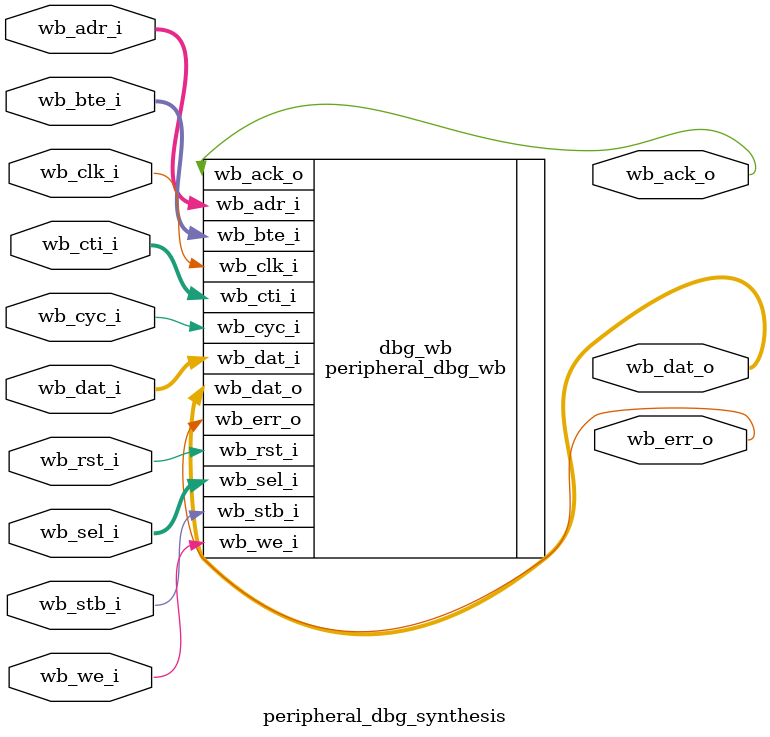
<source format=sv>

/* Copyright (c) 2018-2019 by the author(s)
 *
 * Permission is hereby granted, free of charge, to any person obtaining a copy
 * of this software and associated documentation files (the "Software"), to deal
 * in the Software without restriction, including without limitation the rights
 * to use, copy, modify, merge, publish, distribute, sublicense, and/or sell
 * copies of the Software, and to permit persons to whom the Software is
 * furnished to do so, subject to the following conditions:
 *
 * The above copyright notice and this permission notice shall be included in
 * all copies or substantial portions of the Software.
 *
 * THE SOFTWARE IS PROVIDED "AS IS", WITHOUT WARRANTY OF ANY KIND, EXPRESS OR
 * IMPLIED, INCLUDING BUT NOT LIMITED TO THE WARRANTIES OF MERCHANTABILITY,
 * FITNESS FOR A PARTICULAR PURPOSE AND NONINFRINGEMENT. IN NO EVENT SHALL THE
 * AUTHORS OR COPYRIGHT HOLDERS BE LIABLE FOR ANY CLAIM, DAMAGES OR OTHER
 * LIABILITY, WHETHER IN AN ACTION OF CONTRACT, TORT OR OTHERWISE, ARISING FROM,
 * OUT OF OR IN CONNECTION WITH THE SOFTWARE OR THE USE OR OTHER DEALINGS IN
 * THE SOFTWARE.
 *
 * =============================================================================
 * Author(s):
 *   Paco Reina Campo <pacoreinacampo@queenfield.tech>
 */

module peripheral_dbg_synthesis #(
  //Memory parameters
  parameter DEPTH   = 256,
  parameter MEMFILE = "",

  //Wishbone parameters
  parameter DW = 32,
  parameter AW = $clog2(DEPTH)
) (
  input wb_clk_i,
  input wb_rst_i,

  input [AW-1:0] wb_adr_i,
  input [DW-1:0] wb_dat_i,
  input [   3:0] wb_sel_i,
  input          wb_we_i,
  input [   1:0] wb_bte_i,
  input [   2:0] wb_cti_i,
  input          wb_cyc_i,
  input          wb_stb_i,

  output reg          wb_ack_o,
  output              wb_err_o,
  output     [DW-1:0] wb_dat_o
);

  //////////////////////////////////////////////////////////////////////////////
  //
  // Module Body
  //

  // DUT WB
  peripheral_dbg_wb #(
    //Memory parameters
    .DEPTH  (DEPTH),
    .MEMFILE(MEMFILE),

    //Wishbone parameters
    .AW(AW),
    .DW(DW)
  ) dbg_wb (
    .wb_clk_i(wb_clk_i),
    .wb_rst_i(wb_rst_i),

    .wb_adr_i(wb_adr_i),
    .wb_dat_i(wb_dat_i),
    .wb_sel_i(wb_sel_i),
    .wb_we_i (wb_we_i),
    .wb_bte_i(wb_bte_i),
    .wb_cti_i(wb_cti_i),
    .wb_cyc_i(wb_cyc_i),
    .wb_stb_i(wb_stb_i),
    .wb_ack_o(wb_ack_o),
    .wb_err_o(wb_err_o),
    .wb_dat_o(wb_dat_o)
  );
endmodule
</source>
